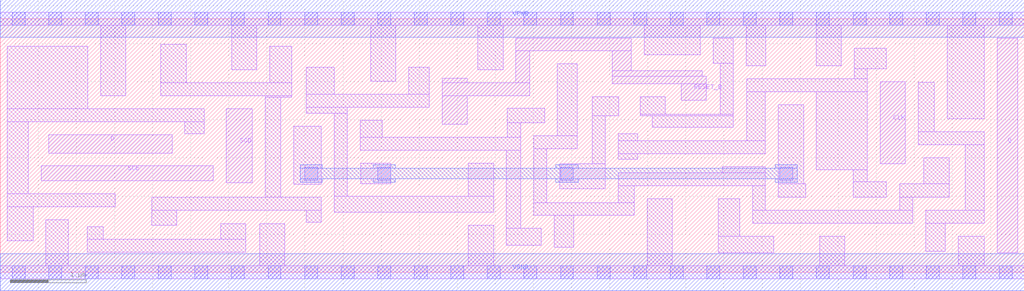
<source format=lef>
# Copyright 2020 The SkyWater PDK Authors
#
# Licensed under the Apache License, Version 2.0 (the "License");
# you may not use this file except in compliance with the License.
# You may obtain a copy of the License at
#
#     https://www.apache.org/licenses/LICENSE-2.0
#
# Unless required by applicable law or agreed to in writing, software
# distributed under the License is distributed on an "AS IS" BASIS,
# WITHOUT WARRANTIES OR CONDITIONS OF ANY KIND, either express or implied.
# See the License for the specific language governing permissions and
# limitations under the License.
#
# SPDX-License-Identifier: Apache-2.0

VERSION 5.7 ;
  NOWIREEXTENSIONATPIN ON ;
  DIVIDERCHAR "/" ;
  BUSBITCHARS "[]" ;
UNITS
  DATABASE MICRONS 200 ;
END UNITS
MACRO sky130_fd_sc_lp__sdfrtp_1
  CLASS CORE ;
  FOREIGN sky130_fd_sc_lp__sdfrtp_1 ;
  ORIGIN  0.000000  0.000000 ;
  SIZE  13.44000 BY  3.330000 ;
  SYMMETRY X Y R90 ;
  SITE unit ;
  PIN D
    ANTENNAGATEAREA  0.159000 ;
    DIRECTION INPUT ;
    USE SIGNAL ;
    PORT
      LAYER li1 ;
        RECT 0.635000 1.565000 2.255000 1.805000 ;
    END
  END D
  PIN Q
    ANTENNADIFFAREA  0.556500 ;
    DIRECTION OUTPUT ;
    USE SIGNAL ;
    PORT
      LAYER li1 ;
        RECT 13.085000 0.255000 13.355000 3.075000 ;
    END
  END Q
  PIN RESET_B
    ANTENNAGATEAREA  0.411000 ;
    DIRECTION INPUT ;
    USE SIGNAL ;
    PORT
      LAYER li1 ;
        RECT 5.800000 1.940000 6.130000 2.320000 ;
        RECT 5.800000 2.320000 6.950000 2.490000 ;
        RECT 5.800000 2.490000 6.130000 2.545000 ;
        RECT 6.770000 2.490000 6.950000 2.905000 ;
        RECT 6.770000 2.905000 8.285000 3.075000 ;
        RECT 8.035000 2.475000 9.270000 2.570000 ;
        RECT 8.035000 2.570000 9.215000 2.645000 ;
        RECT 8.035000 2.645000 8.285000 2.905000 ;
        RECT 8.940000 2.255000 9.270000 2.475000 ;
    END
  END RESET_B
  PIN SCD
    ANTENNAGATEAREA  0.159000 ;
    DIRECTION INPUT ;
    USE SIGNAL ;
    PORT
      LAYER li1 ;
        RECT 2.965000 1.175000 3.310000 2.145000 ;
    END
  END SCD
  PIN SCE
    ANTENNAGATEAREA  0.318000 ;
    DIRECTION INPUT ;
    USE SIGNAL ;
    PORT
      LAYER li1 ;
        RECT 0.540000 1.200000 2.795000 1.395000 ;
    END
  END SCE
  PIN CLK
    ANTENNAGATEAREA  0.315000 ;
    DIRECTION INPUT ;
    USE CLOCK ;
    PORT
      LAYER li1 ;
        RECT 11.550000 1.425000 11.880000 2.500000 ;
    END
  END CLK
  PIN VGND
    DIRECTION INOUT ;
    USE GROUND ;
    PORT
      LAYER met1 ;
        RECT 0.000000 -0.245000 13.440000 0.245000 ;
    END
  END VGND
  PIN VPWR
    DIRECTION INOUT ;
    USE POWER ;
    PORT
      LAYER met1 ;
        RECT 0.000000 3.085000 13.440000 3.575000 ;
    END
  END VPWR
  OBS
    LAYER li1 ;
      RECT  0.000000 -0.085000 13.440000 0.085000 ;
      RECT  0.000000  3.245000 13.440000 3.415000 ;
      RECT  0.090000  0.415000  0.430000 0.860000 ;
      RECT  0.090000  0.860000  1.510000 1.030000 ;
      RECT  0.090000  1.030000  0.370000 1.975000 ;
      RECT  0.090000  1.975000  2.675000 2.145000 ;
      RECT  0.090000  2.145000  1.150000 2.965000 ;
      RECT  0.600000  0.085000  0.895000 0.690000 ;
      RECT  1.145000  0.265000  3.225000 0.435000 ;
      RECT  1.145000  0.435000  1.355000 0.595000 ;
      RECT  1.320000  2.315000  1.650000 3.245000 ;
      RECT  1.990000  0.615000  2.320000 0.815000 ;
      RECT  1.990000  0.815000  4.215000 0.985000 ;
      RECT  2.110000  2.315000  3.825000 2.485000 ;
      RECT  2.110000  2.485000  2.440000 2.995000 ;
      RECT  2.425000  1.815000  2.675000 1.975000 ;
      RECT  2.895000  0.435000  3.225000 0.635000 ;
      RECT  3.040000  2.655000  3.370000 3.245000 ;
      RECT  3.405000  0.085000  3.735000 0.635000 ;
      RECT  3.480000  0.985000  3.685000 2.295000 ;
      RECT  3.480000  2.295000  3.825000 2.315000 ;
      RECT  3.540000  2.485000  3.825000 2.965000 ;
      RECT  3.855000  1.155000  4.215000 1.915000 ;
      RECT  4.015000  0.655000  4.215000 0.815000 ;
      RECT  4.020000  2.085000  4.555000 2.165000 ;
      RECT  4.020000  2.165000  5.630000 2.335000 ;
      RECT  4.020000  2.335000  4.385000 2.690000 ;
      RECT  4.385000  0.785000  6.475000 0.995000 ;
      RECT  4.385000  0.995000  4.555000 2.085000 ;
      RECT  4.725000  1.600000  6.835000 1.770000 ;
      RECT  4.725000  1.770000  5.015000 1.995000 ;
      RECT  4.735000  1.165000  5.125000 1.430000 ;
      RECT  4.865000  2.505000  5.195000 3.245000 ;
      RECT  5.365000  2.335000  5.630000 2.690000 ;
      RECT  6.145000  0.085000  6.475000 0.615000 ;
      RECT  6.145000  0.995000  6.475000 1.430000 ;
      RECT  6.270000  2.660000  6.600000 3.245000 ;
      RECT  6.645000  0.355000  7.100000 0.575000 ;
      RECT  6.645000  0.575000  6.835000 1.600000 ;
      RECT  6.655000  1.770000  6.835000 1.960000 ;
      RECT  6.655000  1.960000  7.145000 2.150000 ;
      RECT  7.005000  0.745000  8.320000 0.915000 ;
      RECT  7.005000  0.915000  7.175000 1.620000 ;
      RECT  7.005000  1.620000  7.575000 1.790000 ;
      RECT  7.270000  0.325000  7.530000 0.745000 ;
      RECT  7.315000  1.790000  7.575000 2.735000 ;
      RECT  7.345000  1.095000  7.940000 1.425000 ;
      RECT  7.770000  1.425000  7.940000 2.055000 ;
      RECT  7.770000  2.055000  8.120000 2.305000 ;
      RECT  8.110000  0.915000  8.320000 1.135000 ;
      RECT  8.110000  1.135000 10.045000 1.305000 ;
      RECT  8.110000  1.485000  8.370000 1.555000 ;
      RECT  8.110000  1.555000 10.045000 1.725000 ;
      RECT  8.110000  1.725000  8.370000 1.815000 ;
      RECT  8.400000  2.055000  9.620000 2.075000 ;
      RECT  8.400000  2.075000  8.730000 2.305000 ;
      RECT  8.455000  2.855000  9.190000 3.245000 ;
      RECT  8.490000  0.085000  8.820000 0.965000 ;
      RECT  8.560000  1.905000  9.620000 2.055000 ;
      RECT  9.360000  2.745000  9.620000 3.075000 ;
      RECT  9.425000  0.255000 10.155000 0.475000 ;
      RECT  9.425000  0.475000  9.705000 0.965000 ;
      RECT  9.450000  2.075000  9.620000 2.745000 ;
      RECT  9.480000  1.305000 10.045000 1.385000 ;
      RECT  9.790000  2.710000 10.050000 3.245000 ;
      RECT  9.800000  1.725000 10.045000 2.370000 ;
      RECT  9.800000  2.370000 11.380000 2.540000 ;
      RECT  9.875000  0.645000 11.980000 0.815000 ;
      RECT  9.875000  0.815000 10.045000 1.135000 ;
      RECT 10.215000  0.985000 10.575000 1.165000 ;
      RECT 10.215000  1.165000 10.545000 2.200000 ;
      RECT 10.715000  1.345000 11.380000 2.370000 ;
      RECT 10.715000  2.710000 11.040000 3.245000 ;
      RECT 10.755000  0.085000 11.085000 0.475000 ;
      RECT 11.200000  0.985000 11.630000 1.185000 ;
      RECT 11.200000  1.185000 11.380000 1.345000 ;
      RECT 11.210000  2.540000 11.380000 2.670000 ;
      RECT 11.210000  2.670000 11.630000 2.940000 ;
      RECT 11.810000  0.815000 11.980000 0.985000 ;
      RECT 11.810000  0.985000 12.455000 1.165000 ;
      RECT 12.050000  1.675000 12.915000 1.845000 ;
      RECT 12.050000  1.845000 12.260000 2.495000 ;
      RECT 12.125000  1.165000 12.455000 1.505000 ;
      RECT 12.150000  0.275000 12.405000 0.645000 ;
      RECT 12.150000  0.645000 12.915000 0.815000 ;
      RECT 12.430000  2.015000 12.915000 3.245000 ;
      RECT 12.575000  0.085000 12.915000 0.475000 ;
      RECT 12.665000  0.815000 12.915000 1.675000 ;
    LAYER mcon ;
      RECT  0.155000 -0.085000  0.325000 0.085000 ;
      RECT  0.155000  3.245000  0.325000 3.415000 ;
      RECT  0.635000 -0.085000  0.805000 0.085000 ;
      RECT  0.635000  3.245000  0.805000 3.415000 ;
      RECT  1.115000 -0.085000  1.285000 0.085000 ;
      RECT  1.115000  3.245000  1.285000 3.415000 ;
      RECT  1.595000 -0.085000  1.765000 0.085000 ;
      RECT  1.595000  3.245000  1.765000 3.415000 ;
      RECT  2.075000 -0.085000  2.245000 0.085000 ;
      RECT  2.075000  3.245000  2.245000 3.415000 ;
      RECT  2.555000 -0.085000  2.725000 0.085000 ;
      RECT  2.555000  3.245000  2.725000 3.415000 ;
      RECT  3.035000 -0.085000  3.205000 0.085000 ;
      RECT  3.035000  3.245000  3.205000 3.415000 ;
      RECT  3.515000 -0.085000  3.685000 0.085000 ;
      RECT  3.515000  3.245000  3.685000 3.415000 ;
      RECT  3.995000 -0.085000  4.165000 0.085000 ;
      RECT  3.995000  1.210000  4.165000 1.380000 ;
      RECT  3.995000  3.245000  4.165000 3.415000 ;
      RECT  4.475000 -0.085000  4.645000 0.085000 ;
      RECT  4.475000  3.245000  4.645000 3.415000 ;
      RECT  4.955000 -0.085000  5.125000 0.085000 ;
      RECT  4.955000  1.210000  5.125000 1.380000 ;
      RECT  4.955000  3.245000  5.125000 3.415000 ;
      RECT  5.435000 -0.085000  5.605000 0.085000 ;
      RECT  5.435000  3.245000  5.605000 3.415000 ;
      RECT  5.915000 -0.085000  6.085000 0.085000 ;
      RECT  5.915000  3.245000  6.085000 3.415000 ;
      RECT  6.395000 -0.085000  6.565000 0.085000 ;
      RECT  6.395000  3.245000  6.565000 3.415000 ;
      RECT  6.875000 -0.085000  7.045000 0.085000 ;
      RECT  6.875000  3.245000  7.045000 3.415000 ;
      RECT  7.355000 -0.085000  7.525000 0.085000 ;
      RECT  7.355000  1.210000  7.525000 1.380000 ;
      RECT  7.355000  3.245000  7.525000 3.415000 ;
      RECT  7.835000 -0.085000  8.005000 0.085000 ;
      RECT  7.835000  3.245000  8.005000 3.415000 ;
      RECT  8.315000 -0.085000  8.485000 0.085000 ;
      RECT  8.315000  3.245000  8.485000 3.415000 ;
      RECT  8.795000 -0.085000  8.965000 0.085000 ;
      RECT  8.795000  3.245000  8.965000 3.415000 ;
      RECT  9.275000 -0.085000  9.445000 0.085000 ;
      RECT  9.275000  3.245000  9.445000 3.415000 ;
      RECT  9.755000 -0.085000  9.925000 0.085000 ;
      RECT  9.755000  3.245000  9.925000 3.415000 ;
      RECT 10.235000 -0.085000 10.405000 0.085000 ;
      RECT 10.235000  1.210000 10.405000 1.380000 ;
      RECT 10.235000  3.245000 10.405000 3.415000 ;
      RECT 10.715000 -0.085000 10.885000 0.085000 ;
      RECT 10.715000  3.245000 10.885000 3.415000 ;
      RECT 11.195000 -0.085000 11.365000 0.085000 ;
      RECT 11.195000  3.245000 11.365000 3.415000 ;
      RECT 11.675000 -0.085000 11.845000 0.085000 ;
      RECT 11.675000  3.245000 11.845000 3.415000 ;
      RECT 12.155000 -0.085000 12.325000 0.085000 ;
      RECT 12.155000  3.245000 12.325000 3.415000 ;
      RECT 12.635000 -0.085000 12.805000 0.085000 ;
      RECT 12.635000  3.245000 12.805000 3.415000 ;
      RECT 13.115000 -0.085000 13.285000 0.085000 ;
      RECT 13.115000  3.245000 13.285000 3.415000 ;
    LAYER met1 ;
      RECT  3.935000 1.180000  4.225000 1.225000 ;
      RECT  3.935000 1.225000 10.465000 1.365000 ;
      RECT  3.935000 1.365000  4.225000 1.410000 ;
      RECT  4.895000 1.180000  5.185000 1.225000 ;
      RECT  4.895000 1.365000  5.185000 1.410000 ;
      RECT  7.295000 1.180000  7.585000 1.225000 ;
      RECT  7.295000 1.365000  7.585000 1.410000 ;
      RECT 10.175000 1.180000 10.465000 1.225000 ;
      RECT 10.175000 1.365000 10.465000 1.410000 ;
  END
END sky130_fd_sc_lp__sdfrtp_1
END LIBRARY

</source>
